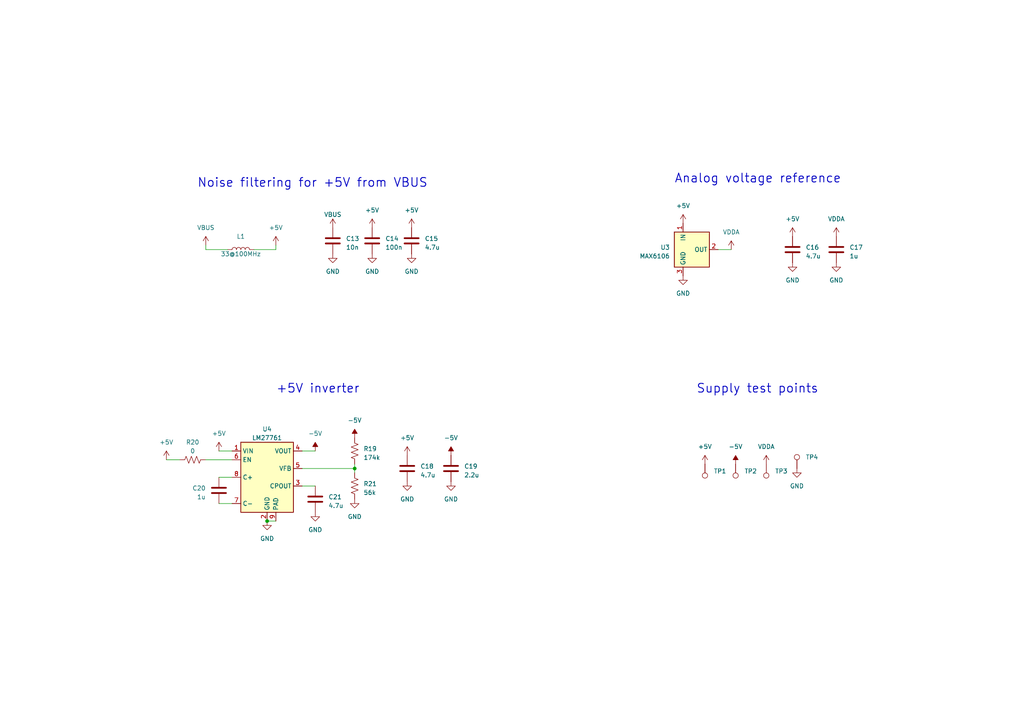
<source format=kicad_sch>
(kicad_sch (version 20230121) (generator eeschema)
  (paper "A4")
  (title_block (title "Power regulation") (date "2023-08-08") (company "bitgloo") (comment 1 "Released under the CERN Open Hardware Licence Version 2 - Strongly Reciprocal"))
  (lib_symbols
    (symbol "Connector:TestPoint" (pin_numbers hide) (pin_names (offset 0.762) hide)
      (property "Reference" "TP" (at 0 6.858 0))
      (property "Value" "TestPoint" (at 0 5.08 0))
      (symbol "TestPoint_0_1"
        (circle (center 0 3.302) (radius 0.762))
      )
      (symbol "TestPoint_1_1"
        (pin passive line (at 0 0 90) (length 2.54) (name "1") (number "1"))
      )
    )
    (symbol "Device:C" (pin_numbers hide) (pin_names (offset 0.254))
      (property "Reference" "C" (at 0.635 2.54 0))
      (property "Value" "C" (at 0.635 -2.54 0))
      (symbol "C_0_1"
        (polyline (pts (xy -2.032 -0.762) (xy 2.032 -0.762)) (stroke (width 0.508)))
        (polyline (pts (xy -2.032 0.762) (xy 2.032 0.762)) (stroke (width 0.508)))
      )
      (symbol "C_1_1"
        (pin passive line (at 0 3.81 270) (length 2.794) (name "~") (number "1"))
        (pin passive line (at 0 -3.81 90) (length 2.794) (name "~") (number "2"))
      )
    )
    (symbol "Device:L" (pin_numbers hide) (pin_names (offset 1.016) hide)
      (property "Reference" "L" (at -1.27 0 90))
      (property "Value" "L" (at 1.905 0 90))
      (symbol "L_0_1"
        (arc (start 0 -2.54) (mid 0.6323 -1.905) (end 0 -1.27))
        (arc (start 0 -1.27) (mid 0.6323 -0.635) (end 0 0))
        (arc (start 0 0) (mid 0.6323 0.635) (end 0 1.27))
        (arc (start 0 1.27) (mid 0.6323 1.905) (end 0 2.54))
      )
      (symbol "L_1_1"
        (pin passive line (at 0 3.81 270) (length 1.27) (name "1") (number "1"))
        (pin passive line (at 0 -3.81 90) (length 1.27) (name "2") (number "2"))
      )
    )
    (symbol "Device:R_US" (pin_numbers hide) (pin_names (offset 0))
      (property "Reference" "R" (at 2.54 0 90))
      (property "Value" "R_US" (at -2.54 0 90))
      (symbol "R_US_0_1"
        (polyline (pts (xy 0 -2.286) (xy 0 -2.54)))
        (polyline (pts (xy 0 2.286) (xy 0 2.54)))
        (polyline (pts (xy 0 -0.762) (xy 1.016 -1.143) (xy 0 -1.524) (xy -1.016 -1.905) (xy 0 -2.286)))
        (polyline (pts (xy 0 0.762) (xy 1.016 0.381) (xy 0 0) (xy -1.016 -0.381) (xy 0 -0.762)))
        (polyline (pts (xy 0 2.286) (xy 1.016 1.905) (xy 0 1.524) (xy -1.016 1.143) (xy 0 0.762)))
      )
      (symbol "R_US_1_1"
        (pin passive line (at 0 3.81 270) (length 1.27) (name "~") (number "1"))
        (pin passive line (at 0 -3.81 90) (length 1.27) (name "~") (number "2"))
      )
    )
    (symbol "Reference_Voltage:MAX6106"
      (property "Reference" "U" (at 0 6.35 0))
      (property "Value" "MAX6106" (at 2.54 -6.35 0))
      (symbol "MAX6106_0_1"
        (rectangle (start -5.08 5.08) (end 5.08 -5.08) (stroke (width 0.254)) (fill (type background)))
      )
      (symbol "MAX6106_1_1"
        (pin power_in line (at -2.54 7.62 270) (length 2.54) (name "IN") (number "1"))
        (pin power_out line (at 7.62 0 180) (length 2.54) (name "OUT") (number "2"))
        (pin power_in line (at -2.54 -7.62 90) (length 2.54) (name "GND") (number "3"))
      )
    )
    (symbol "Regulator_SwitchedCapacitor:LM27761"
      (property "Reference" "U" (at -6.35 11.43 0))
      (property "Value" "LM27761" (at 3.302 11.43 0))
      (symbol "LM27761_0_1"
        (rectangle (start -7.62 10.16) (end 7.62 -10.16) (stroke (width 0.254)) (fill (type background)))
      )
      (symbol "LM27761_1_1"
        (pin power_in line (at -10.16 7.62 0) (length 2.54) (name "VIN") (number "1"))
        (pin power_in line (at 0 -12.7 90) (length 2.54) (name "GND") (number "2"))
        (pin power_out line (at 10.16 -2.54 180) (length 2.54) (name "CPOUT") (number "3"))
        (pin power_out line (at 10.16 7.62 180) (length 2.54) (name "VOUT") (number "4"))
        (pin input line (at 10.16 2.54 180) (length 2.54) (name "VFB") (number "5"))
        (pin input line (at -10.16 5.08 0) (length 2.54) (name "EN") (number "6"))
        (pin passive line (at -10.16 -7.62 0) (length 2.54) (name "C-") (number "7"))
        (pin passive line (at -10.16 0 0) (length 2.54) (name "C+") (number "8"))
        (pin power_in line (at 2.54 -12.7 90) (length 2.54) (name "PAD") (number "9"))
      )
    )
    (symbol "power:+5V" (power) (pin_names (offset 0))
      (property "Value" "+5V" (at 0 3.556 0))
      (symbol "+5V_0_1"
        (polyline (pts (xy -0.762 1.27) (xy 0 2.54)))
        (polyline (pts (xy 0 0) (xy 0 2.54)))
        (polyline (pts (xy 0 2.54) (xy 0.762 1.27)))
      )
      (symbol "+5V_1_1"
        (pin power_in line (at 0 0 90) (length 0) hide (name "+5V") (number "1"))
      )
    )
    (symbol "power:-5V" (power) (pin_names (offset 0))
      (property "Value" "-5V" (at 0 3.81 0))
      (symbol "-5V_0_0"
        (pin power_in line (at 0 0 90) (length 0) hide (name "-5V") (number "1"))
      )
      (symbol "-5V_0_1"
        (polyline (pts (xy 0 0) (xy 0 1.27) (xy 0.762 1.27) (xy 0 2.54) (xy -0.762 1.27) (xy 0 1.27)) (fill (type outline)))
      )
    )
    (symbol "power:GND" (power) (pin_names (offset 0))
      (property "Value" "GND" (at 0 -3.81 0))
      (symbol "GND_0_1"
        (polyline (pts (xy 0 0) (xy 0 -1.27) (xy 1.27 -1.27) (xy 0 -2.54) (xy -1.27 -1.27) (xy 0 -1.27)))
      )
      (symbol "GND_1_1"
        (pin power_in line (at 0 0 270) (length 0) hide (name "GND") (number "1"))
      )
    )
    (symbol "power:VBUS" (power) (pin_names (offset 0))
      (property "Value" "VBUS" (at 0 3.81 0))
      (symbol "VBUS_0_1"
        (polyline (pts (xy -0.762 1.27) (xy 0 2.54)))
        (polyline (pts (xy 0 0) (xy 0 2.54)))
        (polyline (pts (xy 0 2.54) (xy 0.762 1.27)))
      )
      (symbol "VBUS_1_1"
        (pin power_in line (at 0 0 90) (length 0) hide (name "VBUS") (number "1"))
      )
    )
    (symbol "power:VDDA" (power) (pin_names (offset 0))
      (property "Value" "VDDA" (at 0 3.81 0))
      (symbol "VDDA_0_1"
        (polyline (pts (xy -0.762 1.27) (xy 0 2.54)))
        (polyline (pts (xy 0 0) (xy 0 2.54)))
        (polyline (pts (xy 0 2.54) (xy 0.762 1.27)))
      )
      (symbol "VDDA_1_1"
        (pin power_in line (at 0 0 90) (length 0) hide (name "VDDA") (number "1"))
      )
    )
  )
  (junction (at 102.87 135.89))
  (junction (at 77.47 151.13))
  (wire (pts (xy 87.63 130.81) (xy 91.44 130.81)))
  (wire (pts (xy 59.69 71.12) (xy 59.69 72.39)))
  (wire (pts (xy 59.69 133.35) (xy 67.31 133.35)))
  (wire (pts (xy 102.87 135.89) (xy 102.87 137.16)))
  (wire (pts (xy 102.87 135.89) (xy 102.87 134.62)))
  (wire (pts (xy 48.26 133.35) (xy 52.07 133.35)))
  (wire (pts (xy 80.01 71.12) (xy 80.01 72.39)))
  (wire (pts (xy 87.63 135.89) (xy 102.87 135.89)))
  (wire (pts (xy 63.5 138.43) (xy 67.31 138.43)))
  (wire (pts (xy 63.5 130.81) (xy 67.31 130.81)))
  (wire (pts (xy 208.28 72.39) (xy 212.09 72.39)))
  (wire (pts (xy 63.5 146.05) (xy 67.31 146.05)))
  (wire (pts (xy 59.69 72.39) (xy 66.04 72.39)))
  (wire (pts (xy 87.63 140.97) (xy 91.44 140.97)))
  (wire (pts (xy 73.66 72.39) (xy 80.01 72.39)))
  (wire (pts (xy 77.47 151.13) (xy 80.01 151.13)))
  (text "Analog voltage reference" (at 195.58 53.34 0) (effects (font (size 2.54 2.54) (thickness 0.254) bold) (justify left bottom)))
  (text "+5V inverter" (at 80.01 114.3 0) (effects (font (size 2.54 2.54) (thickness 0.254) bold) (justify left bottom)))
  (text "Supply test points" (at 201.93 114.3 0) (effects (font (size 2.54 2.54) (thickness 0.254) bold) (justify left bottom)))
  (text "Noise filtering for +5V from VBUS" (at 57.15 54.61 0) (effects (font (size 2.54 2.54) (thickness 0.254) bold) (justify left bottom)))
  (symbol (lib_id "power:GND") (at 231.14 135.89 0) (unit 1)
    (property "Reference" "#PWR014" (effects hide))
    (property "Value" "GND" (at 231.14 140.97 0))
    (instances (project "stmdsp_rev3" (path "" (reference "#PWR014") (unit 1))) (project "DSP PAW add-on board" (path "" (reference "#PWR034") (unit 1)) (path "" (reference "#PWR040") (unit 1))))
  )
  (symbol (lib_id "power:-5V") (at 102.87 127 0) (unit 1)
    (property "Reference" "#PWR012" (effects hide))
    (property "Value" "-5V" (at 102.87 121.92 0))
    (instances (project "stmdsp_rev3" (path "" (reference "#PWR012") (unit 1))) (project "DSP PAW add-on board" (path "" (reference "#PWR032") (unit 1)) (path "" (reference "#PWR031") (unit 1))))
  )
  (symbol (lib_id "Connector:TestPoint") (at 204.47 134.62 180) (unit 1)
    (property "Reference" "TP1" (at 207.01 136.6519 0) (effects (justify right)))
    (property "Value" "TestPoint" (effects hide))
    (property "Footprint" "TestPoint:TestPoint_Pad_D1.0mm" (effects hide))
  )
  (symbol (lib_id "Device:C") (at 118.11 135.89 0) (unit 1)
    (property "Reference" "C18" (at 121.92 135.255 0) (effects (justify left)))
    (property "Value" "4.7u" (at 121.92 137.795 0) (effects (justify left)))
    (property "Footprint" "Capacitor_SMD:C_0603_1608Metric" (effects hide))
    (property "Part Number" "CL10A475KP8NNNC" (effects hide))
  )
  (symbol (lib_id "power:+5V") (at 63.5 130.81 0) (unit 1)
    (property "Reference" "#PWR011" (effects hide))
    (property "Value" "+5V" (at 63.5 125.73 0))
    (instances (project "stmdsp_rev3" (path "" (reference "#PWR011") (unit 1))) (project "DSP PAW add-on board" (path "" (reference "#PWR030") (unit 1)) (path "" (reference "#PWR032") (unit 1))))
  )
  (symbol (lib_id "power:+5V") (at 48.26 133.35 0) (unit 1)
    (property "Reference" "#PWR011" (effects hide))
    (property "Value" "+5V" (at 48.26 128.27 0))
    (instances (project "stmdsp_rev3" (path "" (reference "#PWR011") (unit 1))) (project "DSP PAW add-on board" (path "" (reference "#PWR030") (unit 1)) (path "" (reference "#PWR036") (unit 1))))
  )
  (symbol (lib_id "Device:C") (at 63.5 142.24 0) (mirror y) (unit 1)
    (property "Reference" "C20" (at 59.69 141.605 0) (effects (justify left)))
    (property "Value" "1u" (at 59.69 144.145 0) (effects (justify left)))
    (property "Footprint" "Capacitor_SMD:C_0603_1608Metric" (effects hide))
    (property "Part Number" "CL10B105KP8NNNC" (effects hide))
  )
  (symbol (lib_id "Connector:TestPoint") (at 231.14 135.89 0) (unit 1)
    (property "Reference" "TP4" (at 233.68 132.5879 0) (effects (justify left)))
    (property "Value" "TestPoint" (effects hide))
    (property "Footprint" "TestPoint:TestPoint_Pad_D1.0mm" (effects hide))
  )
  (symbol (lib_id "Device:C") (at 242.57 72.39 0) (unit 1)
    (property "Reference" "C17" (at 246.38 71.755 0) (effects (justify left)))
    (property "Value" "1u" (at 246.38 74.295 0) (effects (justify left)))
    (property "Footprint" "Capacitor_SMD:C_0603_1608Metric" (effects hide))
    (property "Part Number" "CL10B105KP8NNNC" (effects hide))
  )
  (symbol (lib_id "Reference_Voltage:MAX6106") (at 200.66 72.39 0) (unit 1)
    (property "Reference" "U3" (at 194.31 71.755 0) (effects (justify right)))
    (property "Value" "MAX6106" (at 194.31 74.295 0) (effects (justify right)))
    (property "Footprint" "Package_TO_SOT_SMD:SOT-23" (effects hide))
    (property "Datasheet" "http://datasheets.maximintegrated.com/en/ds/MAX6100-MAX6107.pdf" (effects hide))
    (property "Part Number" "MAX6106EUR+T" (effects hide))
  )
  (symbol (lib_id "power:GND") (at 119.38 73.66 0) (unit 1)
    (property "Reference" "#PWR038" (effects hide))
    (property "Value" "GND" (at 119.38 78.74 0))
    (instances (project "stmdsp_rev3" (path "" (reference "#PWR038") (unit 1))) (project "DSP PAW add-on board" (path "" (reference "#PWR060") (unit 1)) (path "" (reference "#PWR027") (unit 1))))
  )
  (symbol (lib_id "power:GND") (at 77.47 151.13 0) (unit 1)
    (property "Reference" "#PWR014" (effects hide))
    (property "Value" "GND" (at 77.47 156.21 0))
    (instances (project "stmdsp_rev3" (path "" (reference "#PWR014") (unit 1))) (project "DSP PAW add-on board" (path "" (reference "#PWR034") (unit 1)) (path "" (reference "#PWR045") (unit 1))))
  )
  (symbol (lib_id "Device:R_US") (at 102.87 130.81 0) (unit 1)
    (property "Reference" "R19" (at 105.41 130.175 0) (effects (justify left)))
    (property "Value" "174k" (at 105.41 132.715 0) (effects (justify left)))
    (property "Footprint" "Resistor_SMD:R_0603_1608Metric" (effects hide))
    (property "Part Number" "RMCF0603FT174K" (effects hide))
  )
  (symbol (lib_id "Device:C") (at 91.44 144.78 0) (unit 1)
    (property "Reference" "C21" (at 95.25 144.145 0) (effects (justify left)))
    (property "Value" "4.7u" (at 95.25 146.685 0) (effects (justify left)))
    (property "Footprint" "Capacitor_SMD:C_0603_1608Metric" (effects hide))
    (property "Part Number" "CL10A475KP8NNNC" (effects hide))
  )
  (symbol (lib_id "power:VBUS") (at 96.52 66.04 0) (unit 1)
    (property "Reference" "#PWR061" (effects hide))
    (property "Value" "VBUS" (at 96.52 62.23 0))
    (instances (project "DSP PAW add-on board" (path "" (reference "#PWR061") (unit 1)) (path "" (reference "#PWR017") (unit 1))))
  )
  (symbol (lib_id "power:VDDA") (at 222.25 134.62 0) (unit 1)
    (property "Reference" "#PWR013" (effects hide))
    (property "Value" "VDDA" (at 222.25 129.54 0))
    (instances (project "stmdsp_rev3" (path "" (reference "#PWR013") (unit 1))) (project "DSP PAW add-on board" (path "" (reference "#PWR033") (unit 1)) (path "" (reference "#PWR039") (unit 1))))
  )
  (symbol (lib_id "Connector:TestPoint") (at 213.36 134.62 180) (unit 1)
    (property "Reference" "TP2" (at 215.9 136.6519 0) (effects (justify right)))
    (property "Value" "TestPoint" (effects hide))
    (property "Footprint" "TestPoint:TestPoint_Pad_D1.0mm" (effects hide))
  )
  (symbol (lib_id "Device:C") (at 130.81 135.89 0) (unit 1)
    (property "Reference" "C19" (at 134.62 135.255 0) (effects (justify left)))
    (property "Value" "2.2u" (at 134.62 137.795 0) (effects (justify left)))
    (property "Footprint" "Capacitor_SMD:C_0603_1608Metric" (effects hide))
    (property "Part Number" "CL10B225KP8NNNC" (effects hide))
  )
  (symbol (lib_id "power:+5V") (at 80.01 71.12 0) (unit 1)
    (property "Reference" "#PWR033" (effects hide))
    (property "Value" "+5V" (at 80.01 66.04 0))
    (instances (project "stmdsp_rev3" (path "" (reference "#PWR033") (unit 1))) (project "DSP PAW add-on board" (path "" (reference "#PWR045") (unit 1)) (path "" (reference "#PWR023") (unit 1))))
  )
  (symbol (lib_id "power:GND") (at 96.52 73.66 0) (unit 1)
    (property "Reference" "#PWR038" (effects hide))
    (property "Value" "GND" (at 96.52 78.74 0))
    (instances (project "stmdsp_rev3" (path "" (reference "#PWR038") (unit 1))) (project "DSP PAW add-on board" (path "" (reference "#PWR058") (unit 1)) (path "" (reference "#PWR025") (unit 1))))
  )
  (symbol (lib_id "power:+5V") (at 229.87 68.58 0) (unit 1)
    (property "Reference" "#PWR011" (effects hide))
    (property "Value" "+5V" (at 229.87 63.5 0))
    (instances (project "stmdsp_rev3" (path "" (reference "#PWR011") (unit 1))) (project "DSP PAW add-on board" (path "" (reference "#PWR030") (unit 1)) (path "" (reference "#PWR020") (unit 1))))
  )
  (symbol (lib_id "Device:R_US") (at 55.88 133.35 90) (unit 1)
    (property "Reference" "R20" (at 55.88 128.27 90))
    (property "Value" "0" (at 55.88 130.81 90))
    (property "Footprint" "Resistor_SMD:R_0603_1608Metric" (effects hide))
    (property "Part Number" "RMCF0603ZT0R00" (effects hide))
  )
  (symbol (lib_id "power:+5V") (at 118.11 132.08 0) (unit 1)
    (property "Reference" "#PWR011" (effects hide))
    (property "Value" "+5V" (at 118.11 127 0))
    (instances (project "stmdsp_rev3" (path "" (reference "#PWR011") (unit 1))) (project "DSP PAW add-on board" (path "" (reference "#PWR030") (unit 1)) (path "" (reference "#PWR034") (unit 1))))
  )
  (symbol (lib_id "Device:C") (at 229.87 72.39 0) (unit 1)
    (property "Reference" "C16" (at 233.68 71.755 0) (effects (justify left)))
    (property "Value" "4.7u" (at 233.68 74.295 0) (effects (justify left)))
    (property "Footprint" "Capacitor_SMD:C_0603_1608Metric" (effects hide))
    (property "Part Number" "CL10A475KP8NNNC" (effects hide))
  )
  (symbol (lib_id "power:VDDA") (at 212.09 72.39 0) (unit 1)
    (property "Reference" "#PWR013" (effects hide))
    (property "Value" "VDDA" (at 212.09 67.31 0))
    (instances (project "stmdsp_rev3" (path "" (reference "#PWR013") (unit 1))) (project "DSP PAW add-on board" (path "" (reference "#PWR033") (unit 1)) (path "" (reference "#PWR024") (unit 1))))
  )
  (symbol (lib_id "Connector:TestPoint") (at 222.25 134.62 180) (unit 1)
    (property "Reference" "TP3" (at 224.79 136.6519 0) (effects (justify right)))
    (property "Value" "TestPoint" (effects hide))
    (property "Footprint" "TestPoint:TestPoint_Pad_D1.0mm" (effects hide))
  )
  (symbol (lib_id "power:VBUS") (at 59.69 71.12 0) (unit 1)
    (property "Reference" "#PWR022" (effects hide))
    (property "Value" "VBUS" (at 59.69 66.04 0))
  )
  (symbol (lib_id "Device:C") (at 119.38 69.85 0) (unit 1)
    (property "Reference" "C15" (at 123.19 69.215 0) (effects (justify left)))
    (property "Value" "4.7u" (at 123.19 71.755 0) (effects (justify left)))
    (property "Footprint" "Capacitor_SMD:C_0603_1608Metric" (effects hide))
    (property "Part Number" "CL10A475KP8NNNC" (effects hide))
  )
  (symbol (lib_id "Device:R_US") (at 102.87 140.97 0) (unit 1)
    (property "Reference" "R21" (at 105.41 140.335 0) (effects (justify left)))
    (property "Value" "56k" (at 105.41 142.875 0) (effects (justify left)))
    (property "Footprint" "Resistor_SMD:R_0603_1608Metric" (effects hide))
    (property "Part Number" "RMCF0603FT56K0" (effects hide))
  )
  (symbol (lib_id "Device:C") (at 107.95 69.85 0) (unit 1)
    (property "Reference" "C14" (at 111.76 69.215 0) (effects (justify left)))
    (property "Value" "100n" (at 111.76 71.755 0) (effects (justify left)))
    (property "Footprint" "Capacitor_SMD:C_0603_1608Metric" (effects hide))
    (property "Part Number" "CL10B104KB8NNWC" (effects hide))
  )
  (symbol (lib_id "Regulator_SwitchedCapacitor:LM27761") (at 77.47 138.43 0) (unit 1)
    (property "Reference" "U4" (at 77.47 124.46 0))
    (property "Value" "LM27761" (at 77.47 127 0))
    (property "Footprint" "Package_SON:WSON-8-1EP_2x2mm_P0.5mm_EP0.9x1.6mm" (effects hide))
    (property "Datasheet" "http://www.ti.com/lit/ds/symlink/lm27761.pdf" (effects hide))
    (property "Part Number" "LM27761DSGR" (effects hide))
  )
  (symbol (lib_id "power:-5V") (at 130.81 132.08 0) (unit 1)
    (property "Reference" "#PWR012" (effects hide))
    (property "Value" "-5V" (at 130.81 127 0))
    (instances (project "stmdsp_rev3" (path "" (reference "#PWR012") (unit 1))) (project "DSP PAW add-on board" (path "" (reference "#PWR032") (unit 1)) (path "" (reference "#PWR035") (unit 1))))
  )
  (symbol (lib_id "power:+5V") (at 119.38 66.04 0) (unit 1)
    (property "Reference" "#PWR033" (effects hide))
    (property "Value" "+5V" (at 119.38 60.96 0))
    (instances (project "stmdsp_rev3" (path "" (reference "#PWR033") (unit 1))) (project "DSP PAW add-on board" (path "" (reference "#PWR063") (unit 1)) (path "" (reference "#PWR019") (unit 1))))
  )
  (symbol (lib_id "power:GND") (at 91.44 148.59 0) (unit 1)
    (property "Reference" "#PWR014" (effects hide))
    (property "Value" "GND" (at 91.44 153.67 0))
    (instances (project "stmdsp_rev3" (path "" (reference "#PWR014") (unit 1))) (project "DSP PAW add-on board" (path "" (reference "#PWR034") (unit 1)) (path "" (reference "#PWR044") (unit 1))))
  )
  (symbol (lib_id "power:GND") (at 130.81 139.7 0) (unit 1)
    (property "Reference" "#PWR014" (effects hide))
    (property "Value" "GND" (at 130.81 144.78 0))
    (instances (project "stmdsp_rev3" (path "" (reference "#PWR014") (unit 1))) (project "DSP PAW add-on board" (path "" (reference "#PWR034") (unit 1)) (path "" (reference "#PWR042") (unit 1))))
  )
  (symbol (lib_id "power:+5V") (at 198.12 64.77 0) (unit 1)
    (property "Reference" "#PWR011" (effects hide))
    (property "Value" "+5V" (at 198.12 59.69 0))
    (instances (project "stmdsp_rev3" (path "" (reference "#PWR011") (unit 1))) (project "DSP PAW add-on board" (path "" (reference "#PWR030") (unit 1)) (path "" (reference "#PWR016") (unit 1))))
  )
  (symbol (lib_id "power:GND") (at 198.12 80.01 0) (unit 1)
    (property "Reference" "#PWR014" (effects hide))
    (property "Value" "GND" (at 198.12 85.09 0))
    (instances (project "stmdsp_rev3" (path "" (reference "#PWR014") (unit 1))) (project "DSP PAW add-on board" (path "" (reference "#PWR034") (unit 1)) (path "" (reference "#PWR030") (unit 1))))
  )
  (symbol (lib_id "power:+5V") (at 204.47 134.62 0) (unit 1)
    (property "Reference" "#PWR011" (effects hide))
    (property "Value" "+5V" (at 204.47 129.54 0))
    (instances (project "stmdsp_rev3" (path "" (reference "#PWR011") (unit 1))) (project "DSP PAW add-on board" (path "" (reference "#PWR030") (unit 1)) (path "" (reference "#PWR037") (unit 1))))
  )
  (symbol (lib_id "power:GND") (at 102.87 144.78 0) (unit 1)
    (property "Reference" "#PWR014" (effects hide))
    (property "Value" "GND" (at 102.87 149.86 0))
    (instances (project "stmdsp_rev3" (path "" (reference "#PWR014") (unit 1))) (project "DSP PAW add-on board" (path "" (reference "#PWR034") (unit 1)) (path "" (reference "#PWR043") (unit 1))))
  )
  (symbol (lib_id "power:GND") (at 118.11 139.7 0) (unit 1)
    (property "Reference" "#PWR014" (effects hide))
    (property "Value" "GND" (at 118.11 144.78 0))
    (instances (project "stmdsp_rev3" (path "" (reference "#PWR014") (unit 1))) (project "DSP PAW add-on board" (path "" (reference "#PWR034") (unit 1)) (path "" (reference "#PWR041") (unit 1))))
  )
  (symbol (lib_id "power:GND") (at 242.57 76.2 0) (unit 1)
    (property "Reference" "#PWR014" (effects hide))
    (property "Value" "GND" (at 242.57 81.28 0))
    (instances (project "stmdsp_rev3" (path "" (reference "#PWR014") (unit 1))) (project "DSP PAW add-on board" (path "" (reference "#PWR034") (unit 1)) (path "" (reference "#PWR029") (unit 1))))
  )
  (symbol (lib_id "Device:L") (at 69.85 72.39 90) (unit 1)
    (property "Reference" "L1" (at 69.85 68.58 90))
    (property "Value" "33@100MHz" (at 69.85 73.66 90))
    (property "Footprint" "Inductor_SMD:L_0603_1608Metric" (effects hide))
    (property "Part Number" "BLM18PG330SN1D" (effects hide))
  )
  (symbol (lib_id "power:VDDA") (at 242.57 68.58 0) (unit 1)
    (property "Reference" "#PWR013" (effects hide))
    (property "Value" "VDDA" (at 242.57 63.5 0))
    (instances (project "stmdsp_rev3" (path "" (reference "#PWR013") (unit 1))) (project "DSP PAW add-on board" (path "" (reference "#PWR033") (unit 1)) (path "" (reference "#PWR021") (unit 1))))
  )
  (symbol (lib_id "power:-5V") (at 91.44 130.81 0) (unit 1)
    (property "Reference" "#PWR012" (effects hide))
    (property "Value" "-5V" (at 91.44 125.73 0))
    (instances (project "stmdsp_rev3" (path "" (reference "#PWR012") (unit 1))) (project "DSP PAW add-on board" (path "" (reference "#PWR032") (unit 1)) (path "" (reference "#PWR033") (unit 1))))
  )
  (symbol (lib_id "power:+5V") (at 107.95 66.04 0) (unit 1)
    (property "Reference" "#PWR033" (effects hide))
    (property "Value" "+5V" (at 107.95 60.96 0))
    (instances (project "stmdsp_rev3" (path "" (reference "#PWR033") (unit 1))) (project "DSP PAW add-on board" (path "" (reference "#PWR062") (unit 1)) (path "" (reference "#PWR018") (unit 1))))
  )
  (symbol (lib_id "Device:C") (at 96.52 69.85 0) (unit 1)
    (property "Reference" "C13" (at 100.33 69.215 0) (effects (justify left)))
    (property "Value" "10n" (at 100.33 71.755 0) (effects (justify left)))
    (property "Footprint" "Capacitor_SMD:C_0603_1608Metric" (effects hide))
    (property "Part Number" "CC0603KRX7R9BB103" (effects hide))
  )
  (symbol (lib_id "power:-5V") (at 213.36 134.62 0) (unit 1)
    (property "Reference" "#PWR012" (effects hide))
    (property "Value" "-5V" (at 213.36 129.54 0))
    (instances (project "stmdsp_rev3" (path "" (reference "#PWR012") (unit 1))) (project "DSP PAW add-on board" (path "" (reference "#PWR032") (unit 1)) (path "" (reference "#PWR038") (unit 1))))
  )
  (symbol (lib_id "power:GND") (at 229.87 76.2 0) (unit 1)
    (property "Reference" "#PWR014" (effects hide))
    (property "Value" "GND" (at 229.87 81.28 0))
    (instances (project "stmdsp_rev3" (path "" (reference "#PWR014") (unit 1))) (project "DSP PAW add-on board" (path "" (reference "#PWR034") (unit 1)) (path "" (reference "#PWR028") (unit 1))))
  )
  (symbol (lib_id "power:GND") (at 107.95 73.66 0) (unit 1)
    (property "Reference" "#PWR038" (effects hide))
    (property "Value" "GND" (at 107.95 78.74 0))
    (instances (project "stmdsp_rev3" (path "" (reference "#PWR038") (unit 1))) (project "DSP PAW add-on board" (path "" (reference "#PWR059") (unit 1)) (path "" (reference "#PWR026") (unit 1))))
  )
)
</source>
